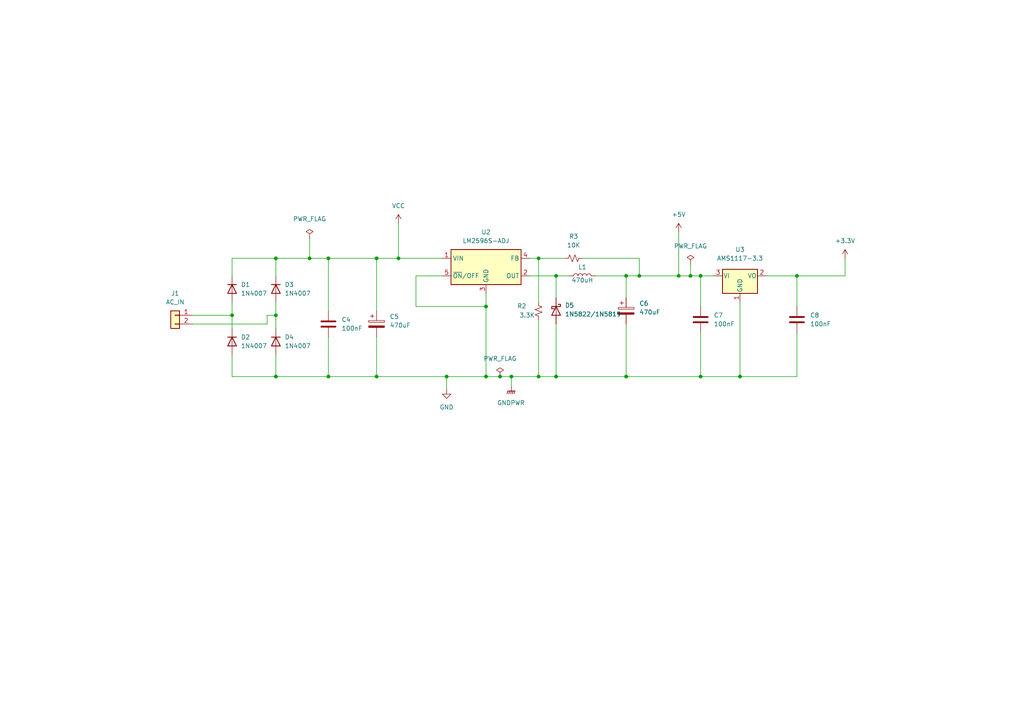
<source format=kicad_sch>
(kicad_sch (version 20211123) (generator eeschema)
  (paper "A4")
  (lib_symbols
    (symbol "Connector_Generic:Conn_01x02" (pin_names (offset 1.016) hide)
      (property "Reference" "J" (at 0 2.54 0))
      (property "Value" "Conn_01x02" (at 0 -5.08 0))
      (symbol "Conn_01x02_1_1"
        (rectangle (start -1.27 -2.413) (end 0 -2.667) (stroke (width 0.1524)))
        (rectangle (start -1.27 0.127) (end 0 -0.127) (stroke (width 0.1524)))
        (rectangle (start -1.27 1.27) (end 1.27 -3.81) (stroke (width 0.254)) (fill (type background)))
        (pin passive line (at -5.08 0 0) (length 3.81) (name "Pin_1") (number "1"))
        (pin passive line (at -5.08 -2.54 0) (length 3.81) (name "Pin_2") (number "2"))
      )
    )
    (symbol "Device:C" (pin_numbers hide) (pin_names (offset 0.254))
      (property "Reference" "C" (at 0.635 2.54 0))
      (property "Value" "C" (at 0.635 -2.54 0))
      (symbol "C_0_1"
        (polyline (pts (xy -2.032 -0.762) (xy 2.032 -0.762)) (stroke (width 0.508)))
        (polyline (pts (xy -2.032 0.762) (xy 2.032 0.762)) (stroke (width 0.508)))
      )
      (symbol "C_1_1"
        (pin passive line (at 0 3.81 270) (length 2.794) (name "~") (number "1"))
        (pin passive line (at 0 -3.81 90) (length 2.794) (name "~") (number "2"))
      )
    )
    (symbol "Device:C_Polarized" (pin_numbers hide) (pin_names (offset 0.254))
      (property "Reference" "C" (at 0.635 2.54 0))
      (property "Value" "C_Polarized" (at 0.635 -2.54 0))
      (symbol "C_Polarized_0_1"
        (rectangle (start -2.286 0.508) (end 2.286 1.016))
        (polyline (pts (xy -1.778 2.286) (xy -0.762 2.286)))
        (polyline (pts (xy -1.27 2.794) (xy -1.27 1.778)))
        (rectangle (start 2.286 -0.508) (end -2.286 -1.016) (fill (type outline)))
      )
      (symbol "C_Polarized_1_1"
        (pin passive line (at 0 3.81 270) (length 2.794) (name "~") (number "1"))
        (pin passive line (at 0 -3.81 90) (length 2.794) (name "~") (number "2"))
      )
    )
    (symbol "Device:L" (pin_numbers hide) (pin_names (offset 1.016) hide)
      (property "Reference" "L" (at -1.27 0 90))
      (property "Value" "L" (at 1.905 0 90))
      (symbol "L_0_1"
        (arc (start 0 -2.54) (mid 0.635 -1.905) (end 0 -1.27))
        (arc (start 0 -1.27) (mid 0.635 -0.635) (end 0 0))
        (arc (start 0 0) (mid 0.635 0.635) (end 0 1.27))
        (arc (start 0 1.27) (mid 0.635 1.905) (end 0 2.54))
      )
      (symbol "L_1_1"
        (pin passive line (at 0 3.81 270) (length 1.27) (name "1") (number "1"))
        (pin passive line (at 0 -3.81 90) (length 1.27) (name "2") (number "2"))
      )
    )
    (symbol "Device:R_Small_US" (pin_numbers hide) (pin_names (offset 0.254) hide)
      (property "Reference" "R" (at 0.762 0.508 0))
      (property "Value" "R_Small_US" (at 0.762 -1.016 0))
      (symbol "R_Small_US_1_1"
        (polyline (pts (xy 0 0) (xy 1.016 -0.381) (xy 0 -0.762) (xy -1.016 -1.143) (xy 0 -1.524)))
        (polyline (pts (xy 0 1.524) (xy 1.016 1.143) (xy 0 0.762) (xy -1.016 0.381) (xy 0 0)))
        (pin passive line (at 0 2.54 270) (length 1.016) (name "~") (number "1"))
        (pin passive line (at 0 -2.54 90) (length 1.016) (name "~") (number "2"))
      )
    )
    (symbol "Diode:1N4007" (pin_numbers hide) (pin_names hide)
      (property "Reference" "D" (at 0 2.54 0))
      (property "Value" "1N4007" (at 0 -2.54 0))
      (symbol "1N4007_0_1"
        (polyline (pts (xy -1.27 1.27) (xy -1.27 -1.27)) (stroke (width 0.254)))
        (polyline (pts (xy 1.27 0) (xy -1.27 0)))
        (polyline (pts (xy 1.27 1.27) (xy 1.27 -1.27) (xy -1.27 0) (xy 1.27 1.27)) (stroke (width 0.254)))
      )
      (symbol "1N4007_1_1"
        (pin passive line (at -3.81 0 0) (length 2.54) (name "K") (number "1"))
        (pin passive line (at 3.81 0 180) (length 2.54) (name "A") (number "2"))
      )
    )
    (symbol "Diode:1N5822" (pin_numbers hide) (pin_names (offset 1.016) hide)
      (property "Reference" "D" (at 0 2.54 0))
      (property "Value" "1N5822" (at 0 -2.54 0))
      (symbol "1N5822_0_1"
        (polyline (pts (xy 1.27 0) (xy -1.27 0)))
        (polyline (pts (xy 1.27 1.27) (xy 1.27 -1.27) (xy -1.27 0) (xy 1.27 1.27)) (stroke (width 0.254)))
        (polyline (pts (xy -1.905 0.635) (xy -1.905 1.27) (xy -1.27 1.27) (xy -1.27 -1.27) (xy -0.635 -1.27) (xy -0.635 -0.635)) (stroke (width 0.254)))
      )
      (symbol "1N5822_1_1"
        (pin passive line (at -3.81 0 0) (length 2.54) (name "K") (number "1"))
        (pin passive line (at 3.81 0 180) (length 2.54) (name "A") (number "2"))
      )
    )
    (symbol "Regulator_Linear:AMS1117-3.3" (pin_names (offset 0.254))
      (property "Reference" "U" (at -3.81 3.175 0))
      (property "Value" "AMS1117-3.3" (at 0 3.175 0))
      (symbol "AMS1117-3.3_0_1"
        (rectangle (start -5.08 -5.08) (end 5.08 1.905) (stroke (width 0.254)) (fill (type background)))
      )
      (symbol "AMS1117-3.3_1_1"
        (pin power_in line (at 0 -7.62 90) (length 2.54) (name "GND") (number "1"))
        (pin power_out line (at 7.62 0 180) (length 2.54) (name "VO") (number "2"))
        (pin power_in line (at -7.62 0 0) (length 2.54) (name "VI") (number "3"))
      )
    )
    (symbol "Regulator_Switching:LM2596S-ADJ"
      (property "Reference" "U" (at -10.16 6.35 0))
      (property "Value" "LM2596S-ADJ" (at 0 6.35 0))
      (symbol "LM2596S-ADJ_0_1"
        (rectangle (start -10.16 5.08) (end 10.16 -5.08) (stroke (width 0.254)) (fill (type background)))
      )
      (symbol "LM2596S-ADJ_1_1"
        (pin power_in line (at -12.7 2.54 0) (length 2.54) (name "VIN") (number "1"))
        (pin output line (at 12.7 -2.54 180) (length 2.54) (name "OUT") (number "2"))
        (pin power_in line (at 0 -7.62 90) (length 2.54) (name "GND") (number "3"))
        (pin input line (at 12.7 2.54 180) (length 2.54) (name "FB") (number "4"))
        (pin input line (at -12.7 -2.54 0) (length 2.54) (name "~{ON}/OFF") (number "5"))
      )
    )
    (symbol "power:+3.3V" (power) (pin_names (offset 0))
      (property "Value" "+3.3V" (at 0 3.556 0))
      (symbol "+3.3V_0_1"
        (polyline (pts (xy -0.762 1.27) (xy 0 2.54)))
        (polyline (pts (xy 0 0) (xy 0 2.54)))
        (polyline (pts (xy 0 2.54) (xy 0.762 1.27)))
      )
      (symbol "+3.3V_1_1"
        (pin power_in line (at 0 0 90) (length 0) hide (name "+3.3V") (number "1"))
      )
    )
    (symbol "power:+5V" (power) (pin_names (offset 0))
      (property "Value" "+5V" (at 0 3.556 0))
      (symbol "+5V_0_1"
        (polyline (pts (xy -0.762 1.27) (xy 0 2.54)))
        (polyline (pts (xy 0 0) (xy 0 2.54)))
        (polyline (pts (xy 0 2.54) (xy 0.762 1.27)))
      )
      (symbol "+5V_1_1"
        (pin power_in line (at 0 0 90) (length 0) hide (name "+5V") (number "1"))
      )
    )
    (symbol "power:GND" (power) (pin_names (offset 0))
      (property "Value" "GND" (at 0 -3.81 0))
      (symbol "GND_0_1"
        (polyline (pts (xy 0 0) (xy 0 -1.27) (xy 1.27 -1.27) (xy 0 -2.54) (xy -1.27 -1.27) (xy 0 -1.27)))
      )
      (symbol "GND_1_1"
        (pin power_in line (at 0 0 270) (length 0) hide (name "GND") (number "1"))
      )
    )
    (symbol "power:GNDPWR" (power) (pin_names (offset 0))
      (property "Value" "GNDPWR" (at 0 -3.302 0))
      (symbol "GNDPWR_0_1"
        (polyline (pts (xy 0 -1.27) (xy 0 0)))
        (polyline (pts (xy -1.016 -1.27) (xy -1.27 -2.032) (xy -1.27 -2.032)) (stroke (width 0.2032)))
        (polyline (pts (xy -0.508 -1.27) (xy -0.762 -2.032) (xy -0.762 -2.032)) (stroke (width 0.2032)))
        (polyline (pts (xy 0 -1.27) (xy -0.254 -2.032) (xy -0.254 -2.032)) (stroke (width 0.2032)))
        (polyline (pts (xy 0.508 -1.27) (xy 0.254 -2.032) (xy 0.254 -2.032)) (stroke (width 0.2032)))
        (polyline (pts (xy 1.016 -1.27) (xy -1.016 -1.27) (xy -1.016 -1.27)) (stroke (width 0.2032)))
        (polyline (pts (xy 1.016 -1.27) (xy 0.762 -2.032) (xy 0.762 -2.032) (xy 0.762 -2.032)) (stroke (width 0.2032)))
      )
      (symbol "GNDPWR_1_1"
        (pin power_in line (at 0 0 270) (length 0) hide (name "GNDPWR") (number "1"))
      )
    )
    (symbol "power:PWR_FLAG" (power) (pin_numbers hide) (pin_names (offset 0) hide)
      (property "Value" "PWR_FLAG" (at 0 3.81 0))
      (symbol "PWR_FLAG_0_0"
        (pin power_out line (at 0 0 90) (length 0) (name "pwr") (number "1"))
      )
      (symbol "PWR_FLAG_0_1"
        (polyline (pts (xy 0 0) (xy 0 1.27) (xy -1.016 1.905) (xy 0 2.54) (xy 1.016 1.905) (xy 0 1.27)))
      )
    )
    (symbol "power:VCC" (power) (pin_names (offset 0))
      (property "Value" "VCC" (at 0 3.81 0))
      (symbol "VCC_0_1"
        (polyline (pts (xy -0.762 1.27) (xy 0 2.54)))
        (polyline (pts (xy 0 0) (xy 0 2.54)))
        (polyline (pts (xy 0 2.54) (xy 0.762 1.27)))
      )
      (symbol "VCC_1_1"
        (pin power_in line (at 0 0 90) (length 0) hide (name "VCC") (number "1"))
      )
    )
  )
  (junction (at 140.97 109.22))
  (junction (at 185.42 80.01))
  (junction (at 109.22 74.93))
  (junction (at 181.61 80.01))
  (junction (at 145.034 109.22))
  (junction (at 95.25 74.93))
  (junction (at 95.25 109.22))
  (junction (at 196.85 80.01))
  (junction (at 80.01 74.93))
  (junction (at 231.14 80.01))
  (junction (at 203.2 109.22))
  (junction (at 200.279 80.01))
  (junction (at 161.29 109.22))
  (junction (at 161.29 80.01))
  (junction (at 181.61 109.22))
  (junction (at 156.21 109.22))
  (junction (at 89.789 74.93))
  (junction (at 214.63 109.22))
  (junction (at 129.54 109.22))
  (junction (at 80.01 109.22))
  (junction (at 156.21 74.93))
  (junction (at 80.01 91.44))
  (junction (at 67.31 91.44))
  (junction (at 109.22 109.22))
  (junction (at 203.2 80.01))
  (junction (at 148.336 109.22))
  (junction (at 115.57 74.93))
  (junction (at 140.97 88.9))
  (wire (pts (xy 203.2 80.01) (xy 207.01 80.01)))
  (wire (pts (xy 67.31 74.93) (xy 80.01 74.93)))
  (wire (pts (xy 161.29 80.01) (xy 161.29 86.36)))
  (wire (pts (xy 128.27 80.01) (xy 120.65 80.01)))
  (wire (pts (xy 109.22 90.17) (xy 109.22 74.93)))
  (wire (pts (xy 161.29 80.01) (xy 165.1 80.01)))
  (wire (pts (xy 196.85 67.31) (xy 196.85 80.01)))
  (wire (pts (xy 140.97 85.09) (xy 140.97 88.9)))
  (wire (pts (xy 231.14 80.01) (xy 231.14 88.9)))
  (wire (pts (xy 55.88 91.44) (xy 67.31 91.44)))
  (wire (pts (xy 156.21 74.93) (xy 163.83 74.93)))
  (wire (pts (xy 80.01 109.22) (xy 80.01 102.87)))
  (wire (pts (xy 95.25 74.93) (xy 95.25 90.17)))
  (wire (pts (xy 153.67 74.93) (xy 156.21 74.93)))
  (wire (pts (xy 67.31 102.87) (xy 67.31 109.22)))
  (wire (pts (xy 203.2 96.52) (xy 203.2 109.22)))
  (wire (pts (xy 161.29 109.22) (xy 181.61 109.22)))
  (wire (pts (xy 67.31 80.01) (xy 67.31 74.93)))
  (wire (pts (xy 156.21 74.93) (xy 156.21 87.63)))
  (wire (pts (xy 95.25 109.22) (xy 109.22 109.22)))
  (wire (pts (xy 214.63 109.22) (xy 231.14 109.22)))
  (wire (pts (xy 140.97 88.9) (xy 140.97 109.22)))
  (wire (pts (xy 203.2 80.01) (xy 203.2 88.9)))
  (wire (pts (xy 89.789 74.93) (xy 95.25 74.93)))
  (wire (pts (xy 161.29 93.98) (xy 161.29 109.22)))
  (wire (pts (xy 67.31 109.22) (xy 80.01 109.22)))
  (wire (pts (xy 214.63 87.63) (xy 214.63 109.22)))
  (wire (pts (xy 77.47 93.98) (xy 77.47 91.44)))
  (wire (pts (xy 245.11 80.01) (xy 245.11 74.93)))
  (wire (pts (xy 129.54 109.22) (xy 140.97 109.22)))
  (wire (pts (xy 181.61 109.22) (xy 203.2 109.22)))
  (wire (pts (xy 222.25 80.01) (xy 231.14 80.01)))
  (wire (pts (xy 80.01 74.93) (xy 89.789 74.93)))
  (wire (pts (xy 156.21 109.22) (xy 161.29 109.22)))
  (wire (pts (xy 109.22 109.22) (xy 129.54 109.22)))
  (wire (pts (xy 109.22 74.93) (xy 115.57 74.93)))
  (wire (pts (xy 181.61 80.01) (xy 181.61 86.36)))
  (wire (pts (xy 77.47 91.44) (xy 80.01 91.44)))
  (wire (pts (xy 80.01 87.63) (xy 80.01 91.44)))
  (wire (pts (xy 120.65 88.9) (xy 140.97 88.9)))
  (wire (pts (xy 203.2 109.22) (xy 214.63 109.22)))
  (wire (pts (xy 153.67 80.01) (xy 161.29 80.01)))
  (wire (pts (xy 181.61 80.01) (xy 185.42 80.01)))
  (wire (pts (xy 185.42 74.93) (xy 185.42 80.01)))
  (wire (pts (xy 89.789 69.088) (xy 89.789 74.93)))
  (wire (pts (xy 67.31 87.63) (xy 67.31 91.44)))
  (wire (pts (xy 181.61 93.98) (xy 181.61 109.22)))
  (wire (pts (xy 80.01 91.44) (xy 80.01 95.25)))
  (wire (pts (xy 156.21 92.71) (xy 156.21 109.22)))
  (wire (pts (xy 115.57 64.77) (xy 115.57 74.93)))
  (wire (pts (xy 196.85 80.01) (xy 200.279 80.01)))
  (wire (pts (xy 231.14 80.01) (xy 245.11 80.01)))
  (wire (pts (xy 200.279 80.01) (xy 203.2 80.01)))
  (wire (pts (xy 129.54 109.22) (xy 129.54 113.03)))
  (wire (pts (xy 200.279 76.581) (xy 200.279 80.01)))
  (wire (pts (xy 95.25 74.93) (xy 109.22 74.93)))
  (wire (pts (xy 67.31 91.44) (xy 67.31 95.25)))
  (wire (pts (xy 80.01 74.93) (xy 80.01 80.01)))
  (wire (pts (xy 231.14 96.52) (xy 231.14 109.22)))
  (wire (pts (xy 148.336 109.22) (xy 156.21 109.22)))
  (wire (pts (xy 168.91 74.93) (xy 185.42 74.93)))
  (wire (pts (xy 172.72 80.01) (xy 181.61 80.01)))
  (wire (pts (xy 115.57 74.93) (xy 128.27 74.93)))
  (wire (pts (xy 185.42 80.01) (xy 196.85 80.01)))
  (wire (pts (xy 140.97 109.22) (xy 145.034 109.22)))
  (wire (pts (xy 109.22 97.79) (xy 109.22 109.22)))
  (wire (pts (xy 148.336 109.22) (xy 148.336 112.141)))
  (wire (pts (xy 95.25 97.79) (xy 95.25 109.22)))
  (wire (pts (xy 120.65 80.01) (xy 120.65 88.9)))
  (wire (pts (xy 55.88 93.98) (xy 77.47 93.98)))
  (wire (pts (xy 145.034 109.22) (xy 148.336 109.22)))
  (wire (pts (xy 80.01 109.22) (xy 95.25 109.22)))
  (symbol (lib_id "Device:C") (at 95.25 93.98 0) (unit 1)
    (property "Reference" "C4" (at 99.06 92.7099 0) (effects (justify left)))
    (property "Value" "100nF" (at 99.06 95.2499 0) (effects (justify left)))
    (property "Footprint" "Capacitor_THT:C_Disc_D4.3mm_W1.9mm_P5.00mm" (effects hide))
  )
  (symbol (lib_id "power:PWR_FLAG") (at 200.279 76.581 0) (unit 1)
    (property "Reference" "#FLG03" (effects hide))
    (property "Value" "PWR_FLAG" (at 200.279 71.374 0))
  )
  (symbol (lib_id "Device:C") (at 231.14 92.71 0) (unit 1)
    (property "Reference" "C8" (at 234.95 91.4399 0) (effects (justify left)))
    (property "Value" "100nF" (at 234.95 93.9799 0) (effects (justify left)))
    (property "Footprint" "Capacitor_THT:C_Disc_D4.3mm_W1.9mm_P5.00mm" (effects hide))
  )
  (symbol (lib_id "Diode:1N5822") (at 161.29 90.17 270) (unit 1)
    (property "Reference" "D5" (at 163.83 88.5824 90) (effects (justify left)))
    (property "Value" "1N5822/1N5819" (at 163.83 91.1224 90) (effects (justify left)))
    (property "Footprint" "Diode_THT:D_DO-41_SOD81_P10.16mm_Horizontal" (effects hide))
    (property "Datasheet" "http://www.vishay.com/docs/88526/1n5820.pdf" (effects hide))
  )
  (symbol (lib_id "power:PWR_FLAG") (at 89.789 69.088 0) (unit 1)
    (property "Reference" "#FLG01" (effects hide))
    (property "Value" "PWR_FLAG" (at 89.789 63.5 0))
  )
  (symbol (lib_id "Device:R_Small_US") (at 166.37 74.93 90) (unit 1)
    (property "Reference" "R3" (at 166.37 68.58 90))
    (property "Value" "10K" (at 166.37 71.12 90))
    (property "Footprint" "Resistor_THT:R_Axial_DIN0207_L6.3mm_D2.5mm_P10.16mm_Horizontal" (effects hide))
  )
  (symbol (lib_id "Diode:1N4007") (at 80.01 83.82 270) (unit 1)
    (property "Reference" "D3" (at 82.55 82.5499 90) (effects (justify left)))
    (property "Value" "1N4007" (at 82.55 85.0899 90) (effects (justify left)))
    (property "Footprint" "Diode_THT:D_DO-41_SOD81_P10.16mm_Horizontal" (effects hide))
    (property "Datasheet" "http://www.vishay.com/docs/88503/1n4001.pdf" (effects hide))
  )
  (symbol (lib_id "power:VCC") (at 115.57 64.77 0) (unit 1)
    (property "Reference" "#PWR05" (effects hide))
    (property "Value" "VCC" (at 115.57 59.69 0))
  )
  (symbol (lib_id "Diode:1N4007") (at 80.01 99.06 270) (unit 1)
    (property "Reference" "D4" (at 82.55 97.7899 90) (effects (justify left)))
    (property "Value" "1N4007" (at 82.55 100.3299 90) (effects (justify left)))
    (property "Footprint" "Diode_THT:D_DO-41_SOD81_P10.16mm_Horizontal" (effects hide))
    (property "Datasheet" "http://www.vishay.com/docs/88503/1n4001.pdf" (effects hide))
  )
  (symbol (lib_id "Device:C_Polarized") (at 181.61 90.17 0) (unit 1)
    (property "Reference" "C6" (at 185.42 88.0109 0) (effects (justify left)))
    (property "Value" "470uF" (at 185.42 90.5509 0) (effects (justify left)))
    (property "Footprint" "Capacitor_THT:CP_Radial_D8.0mm_P2.50mm" (effects hide))
  )
  (symbol (lib_id "power:GND") (at 129.54 113.03 0) (unit 1)
    (property "Reference" "#PWR06" (effects hide))
    (property "Value" "GND" (at 129.54 118.11 0))
  )
  (symbol (lib_id "Connector_Generic:Conn_01x02") (at 50.8 91.44 0) (mirror y) (unit 1)
    (property "Reference" "J1" (at 50.8 85.09 0))
    (property "Value" "AC_IN" (at 50.8 87.63 0))
    (property "Footprint" "Connector_Phoenix_MC_HighVoltage:PhoenixContact_MCV_1,5_2-G-5.08_1x02_P5.08mm_Vertical" (effects hide))
  )
  (symbol (lib_id "power:+5V") (at 196.85 67.31 0) (unit 1)
    (property "Reference" "#PWR08" (effects hide))
    (property "Value" "+5V" (at 196.85 62.23 0))
  )
  (symbol (lib_id "Diode:1N4007") (at 67.31 83.82 270) (unit 1)
    (property "Reference" "D1" (at 69.85 82.5499 90) (effects (justify left)))
    (property "Value" "1N4007" (at 69.85 85.0899 90) (effects (justify left)))
    (property "Footprint" "Diode_THT:D_DO-41_SOD81_P10.16mm_Horizontal" (effects hide))
    (property "Datasheet" "http://www.vishay.com/docs/88503/1n4001.pdf" (effects hide))
  )
  (symbol (lib_id "Regulator_Linear:AMS1117-3.3") (at 214.63 80.01 0) (unit 1)
    (property "Reference" "U3" (at 214.63 72.39 0))
    (property "Value" "AMS1117-3.3" (at 214.63 74.93 0))
    (property "Footprint" "Package_TO_SOT_SMD:SOT-223-3_TabPin2" (effects hide))
    (property "Datasheet" "http://www.advanced-monolithic.com/pdf/ds1117.pdf" (effects hide))
  )
  (symbol (lib_id "power:GNDPWR") (at 148.336 112.141 0) (unit 1)
    (property "Reference" "#PWR07" (effects hide))
    (property "Value" "GNDPWR" (at 148.209 116.84 0))
  )
  (symbol (lib_id "Device:C") (at 203.2 92.71 0) (unit 1)
    (property "Reference" "C7" (at 207.01 91.4399 0) (effects (justify left)))
    (property "Value" "100nF" (at 207.01 93.9799 0) (effects (justify left)))
    (property "Footprint" "Capacitor_THT:C_Disc_D4.3mm_W1.9mm_P5.00mm" (effects hide))
  )
  (symbol (lib_id "power:+3.3V") (at 245.11 74.93 0) (unit 1)
    (property "Reference" "#PWR09" (effects hide))
    (property "Value" "+3.3V" (at 245.11 69.85 0))
  )
  (symbol (lib_id "Diode:1N4007") (at 67.31 99.06 270) (unit 1)
    (property "Reference" "D2" (at 69.85 97.7899 90) (effects (justify left)))
    (property "Value" "1N4007" (at 69.85 100.3299 90) (effects (justify left)))
    (property "Footprint" "Diode_THT:D_DO-41_SOD81_P10.16mm_Horizontal" (effects hide))
    (property "Datasheet" "http://www.vishay.com/docs/88503/1n4001.pdf" (effects hide))
  )
  (symbol (lib_id "Regulator_Switching:LM2596S-ADJ") (at 140.97 77.47 0) (unit 1)
    (property "Reference" "U2" (at 140.97 67.31 0))
    (property "Value" "LM2596S-ADJ" (at 140.97 69.85 0))
    (property "Footprint" "Package_TO_SOT_SMD:TO-263-5_TabPin3" (effects hide))
    (property "Datasheet" "http://www.ti.com/lit/ds/symlink/lm2596.pdf" (effects hide))
  )
  (symbol (lib_id "Device:L") (at 168.91 80.01 90) (unit 1)
    (property "Reference" "L1" (at 168.91 77.47 90))
    (property "Value" "470uH" (at 168.91 81.28 90))
    (property "Footprint" "Inductor_SMD:L_12x12mm_H8mm" (effects hide))
  )
  (symbol (lib_id "power:PWR_FLAG") (at 145.034 109.22 0) (unit 1)
    (property "Reference" "#FLG02" (effects hide))
    (property "Value" "PWR_FLAG" (at 145.034 104.013 0))
  )
  (symbol (lib_id "Device:R_Small_US") (at 156.21 90.17 180) (unit 1)
    (property "Reference" "R2" (at 149.987 88.773 0) (effects (justify right)))
    (property "Value" "3.3K" (at 150.622 91.44 0) (effects (justify right)))
    (property "Footprint" "Resistor_THT:R_Axial_DIN0207_L6.3mm_D2.5mm_P10.16mm_Horizontal" (effects hide))
  )
  (symbol (lib_id "Device:C_Polarized") (at 109.22 93.98 0) (unit 1)
    (property "Reference" "C5" (at 113.03 91.8209 0) (effects (justify left)))
    (property "Value" "470uF" (at 113.03 94.3609 0) (effects (justify left)))
    (property "Footprint" "Capacitor_THT:CP_Radial_D8.0mm_P2.50mm" (effects hide))
  )
)
</source>
